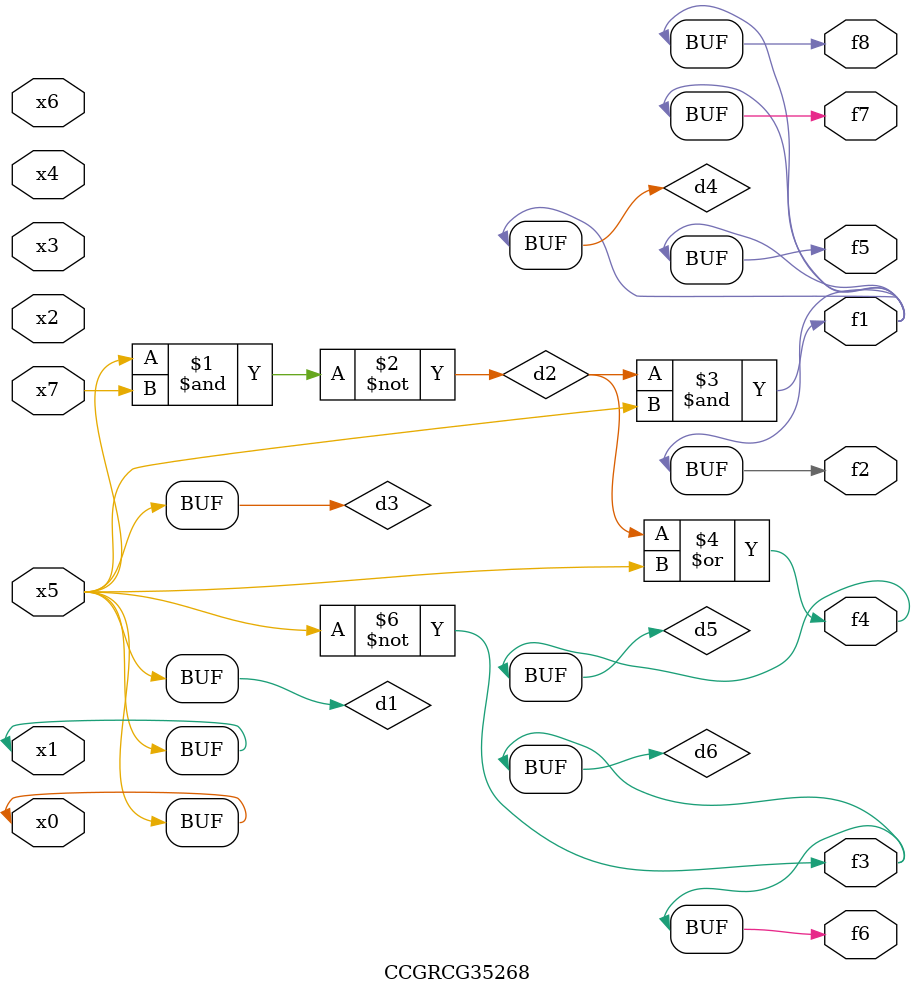
<source format=v>
module CCGRCG35268(
	input x0, x1, x2, x3, x4, x5, x6, x7,
	output f1, f2, f3, f4, f5, f6, f7, f8
);

	wire d1, d2, d3, d4, d5, d6;

	buf (d1, x0, x5);
	nand (d2, x5, x7);
	buf (d3, x0, x1);
	and (d4, d2, d3);
	or (d5, d2, d3);
	nor (d6, d1, d3);
	assign f1 = d4;
	assign f2 = d4;
	assign f3 = d6;
	assign f4 = d5;
	assign f5 = d4;
	assign f6 = d6;
	assign f7 = d4;
	assign f8 = d4;
endmodule

</source>
